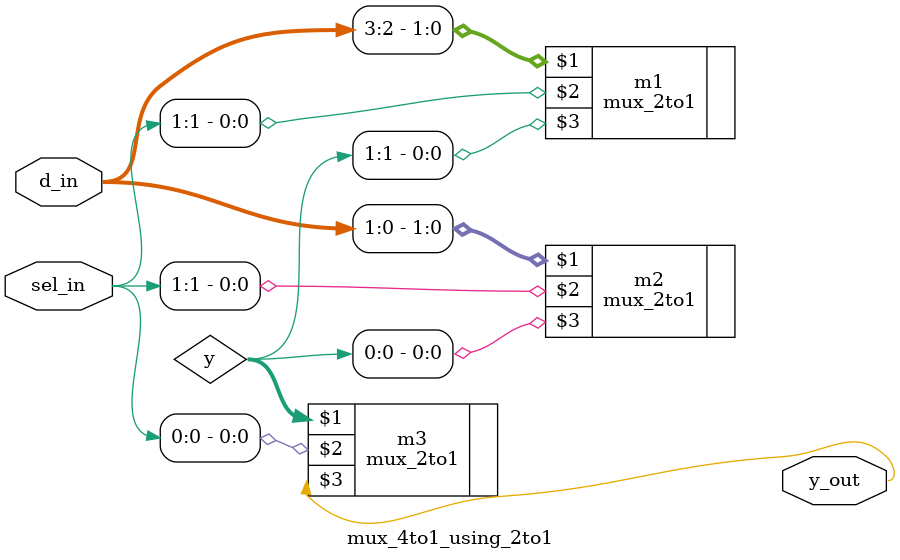
<source format=v>
`timescale 1ns / 1ps


module mux_4to1_using_2to1(
input[3:0] d_in,
input[1:0] sel_in,
output y_out);
wire [1:0]y;
mux_2to1 m1(d_in[3:2],sel_in[1],y[1]);
mux_2to1 m2(d_in[1:0],sel_in[1],y[0]);
mux_2to1 m3(y,sel_in[0],y_out);
endmodule

</source>
